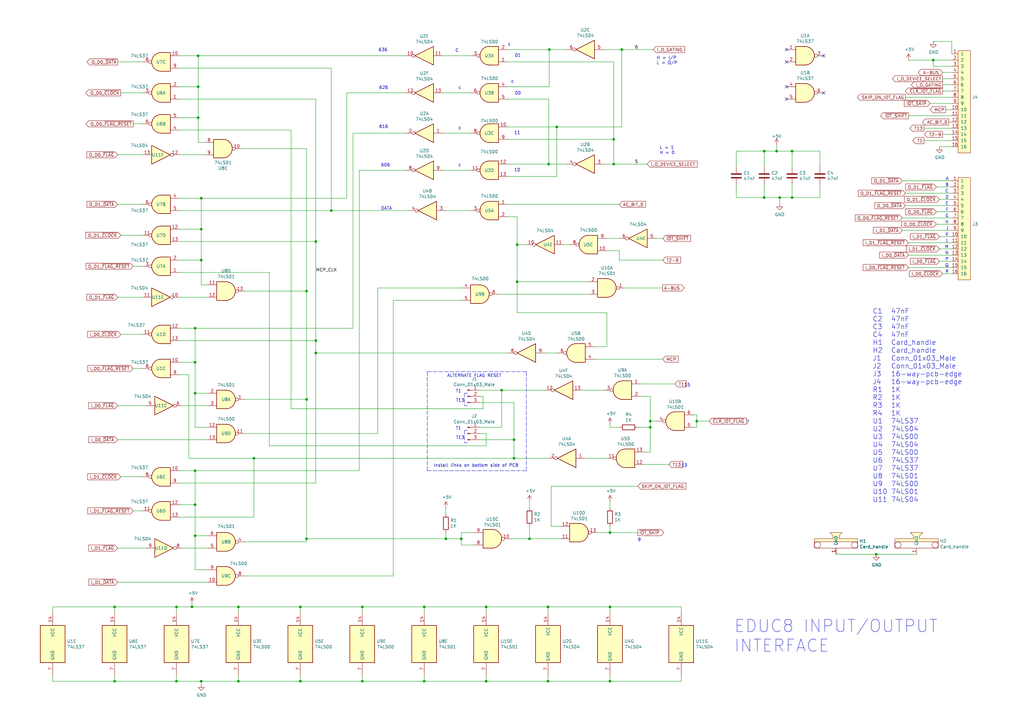
<source format=kicad_sch>
(kicad_sch (version 20230121) (generator eeschema)
  (paper "A3")
  (title_block (title "Input/Output interface"))
  (junction (at 225.044 67.31))
  (junction (at 135.89 86.36))
  (junction (at 173.99 248.92))
  (junction (at 82.55 81.28))
  (junction (at 125.73 220.98))
  (junction (at 129.54 99.06))
  (junction (at 250.19 248.92))
  (junction (at 319.786 81.026))
  (junction (at 324.866 81.026))
  (junction (at 285.75 172.72))
  (junction (at 251.714 67.31))
  (junction (at 148.59 248.92))
  (junction (at 224.79 279.4))
  (junction (at 250.19 218.44))
  (junction (at 212.09 100.33))
  (junction (at 125.73 163.83))
  (junction (at 250.19 279.4))
  (junction (at 205.74 160.02))
  (junction (at 82.55 279.4))
  (junction (at 72.39 279.4))
  (junction (at 210.82 187.96))
  (junction (at 313.436 61.976))
  (junction (at 129.54 144.78))
  (junction (at 359.41 227.33))
  (junction (at 228.346 52.07))
  (junction (at 81.28 48.26))
  (junction (at 81.28 35.56))
  (junction (at 82.55 106.68))
  (junction (at 81.28 22.86))
  (junction (at 80.01 161.29))
  (junction (at 324.866 61.976))
  (junction (at 225.298 20.32))
  (junction (at 125.73 119.38))
  (junction (at 210.82 180.34))
  (junction (at 313.436 81.026))
  (junction (at 266.7 172.72))
  (junction (at 123.19 279.4))
  (junction (at 255.016 20.32))
  (junction (at 382.778 24.638))
  (junction (at 199.39 248.92))
  (junction (at 46.99 248.92))
  (junction (at 251.714 57.15))
  (junction (at 104.14 187.96))
  (junction (at 212.09 115.57))
  (junction (at 72.39 248.92))
  (junction (at 97.79 248.92))
  (junction (at 199.39 279.4))
  (junction (at 182.88 220.98))
  (junction (at 318.516 61.976))
  (junction (at 189.23 220.98))
  (junction (at 173.99 279.4))
  (junction (at 80.01 193.04))
  (junction (at 80.01 207.01))
  (junction (at 129.54 139.7))
  (junction (at 80.01 134.62))
  (junction (at 80.01 148.59))
  (junction (at 148.59 279.4))
  (junction (at 80.01 219.71))
  (junction (at 82.55 93.98))
  (junction (at 97.79 279.4))
  (junction (at 46.99 279.4))
  (junction (at 266.7 175.26))
  (junction (at 224.79 248.92))
  (junction (at 123.19 248.92))
  (junction (at 78.74 248.92))
  (junction (at 217.17 220.98))
  (no_connect (at 337.82 22.86))
  (no_connect (at 322.58 40.64))
  (no_connect (at 322.58 25.4))
  (no_connect (at 322.58 35.56))
  (no_connect (at 337.82 38.1))
  (no_connect (at 322.58 20.32))
  (wire (pts (xy 228.6 144.78) (xy 223.52 144.78)))
  (wire (pts (xy 73.66 48.26) (xy 81.28 48.26)))
  (wire (pts (xy 264.16 190.5) (xy 274.32 190.5)))
  (wire (pts (xy 196.85 160.02) (xy 205.74 160.02)))
  (wire (pts (xy 382.778 24.638) (xy 372.618 24.638)))
  (wire (pts (xy 82.55 279.4) (xy 97.79 279.4)))
  (wire (pts (xy 386.588 37.338) (xy 390.398 37.338)))
  (wire (pts (xy 46.99 276.86) (xy 46.99 279.4)))
  (wire (pts (xy 251.714 67.31) (xy 265.43 67.31)))
  (wire (pts (xy 123.19 248.92) (xy 148.59 248.92)))
  (wire (pts (xy 248.92 102.87) (xy 254 102.87)))
  (wire (pts (xy 208.28 83.82) (xy 254 83.82)))
  (wire (pts (xy 21.59 248.92) (xy 46.99 248.92)))
  (wire (pts (xy 318.516 59.436) (xy 318.516 61.976)))
  (wire (pts (xy 390.398 60.198) (xy 385.318 60.198)))
  (wire (pts (xy 74.93 166.37) (xy 85.09 166.37)))
  (wire (pts (xy 390.398 44.958) (xy 387.858 44.958)))
  (wire (pts (xy 255.016 20.32) (xy 267.97 20.32)))
  (wire (pts (xy 144.78 134.62) (xy 144.78 54.61)))
  (wire (pts (xy 226.06 215.9) (xy 226.06 199.39)))
  (wire (pts (xy 269.24 172.72) (xy 266.7 172.72)))
  (wire (pts (xy 250.19 248.92) (xy 279.4 248.92)))
  (wire (pts (xy 386.588 29.718) (xy 390.398 29.718)))
  (polyline (pts (xy 190.5 176.53) (xy 190.5 181.61)) (stroke (width 0) (type dash)))
  (wire (pts (xy 241.3 120.65) (xy 204.47 120.65)))
  (wire (pts (xy 215.9 100.33) (xy 212.09 100.33)))
  (wire (pts (xy 313.436 75.946) (xy 313.436 81.026)))
  (wire (pts (xy 266.7 175.26) (xy 266.7 185.42)))
  (wire (pts (xy 73.66 53.34) (xy 119.38 53.34)))
  (wire (pts (xy 302.006 81.026) (xy 313.436 81.026)))
  (wire (pts (xy 382.778 17.018) (xy 390.398 17.018)))
  (wire (pts (xy 385.318 102.108) (xy 390.398 102.108)))
  (wire (pts (xy 97.79 248.92) (xy 123.19 248.92)))
  (wire (pts (xy 85.09 219.71) (xy 80.01 219.71)))
  (wire (pts (xy 82.55 93.98) (xy 82.55 81.28)))
  (wire (pts (xy 231.14 100.33) (xy 233.68 100.33)))
  (wire (pts (xy 78.74 248.92) (xy 97.79 248.92)))
  (wire (pts (xy 125.73 119.38) (xy 125.73 163.83)))
  (wire (pts (xy 129.54 99.06) (xy 129.54 139.7)))
  (wire (pts (xy 238.76 160.02) (xy 247.65 160.02)))
  (wire (pts (xy 97.79 276.86) (xy 97.79 279.4)))
  (wire (pts (xy 318.516 61.976) (xy 324.866 61.976)))
  (wire (pts (xy 74.93 224.79) (xy 85.09 224.79)))
  (wire (pts (xy 48.26 63.5) (xy 58.42 63.5)))
  (wire (pts (xy 80.01 233.68) (xy 85.09 233.68)))
  (wire (pts (xy 313.436 81.026) (xy 319.786 81.026)))
  (wire (pts (xy 100.33 163.83) (xy 125.73 163.83)))
  (wire (pts (xy 73.66 99.06) (xy 129.54 99.06)))
  (wire (pts (xy 80.01 134.62) (xy 144.78 134.62)))
  (wire (pts (xy 166.37 22.86) (xy 81.28 22.86)))
  (wire (pts (xy 73.66 40.64) (xy 129.54 40.64)))
  (wire (pts (xy 189.23 220.98) (xy 182.88 220.98)))
  (wire (pts (xy 125.73 220.98) (xy 125.73 222.25)))
  (wire (pts (xy 228.346 52.07) (xy 255.016 52.07)))
  (wire (pts (xy 81.28 35.56) (xy 73.66 35.56)))
  (wire (pts (xy 110.49 182.88) (xy 199.39 182.88)))
  (wire (pts (xy 48.26 25.4) (xy 58.42 25.4)))
  (wire (pts (xy 182.88 218.44) (xy 182.88 220.98)))
  (wire (pts (xy 80.01 219.71) (xy 80.01 233.68)))
  (wire (pts (xy 319.786 81.026) (xy 324.866 81.026)))
  (wire (pts (xy 199.39 276.86) (xy 199.39 279.4)))
  (wire (pts (xy 189.23 220.98) (xy 189.23 223.52)))
  (wire (pts (xy 225.298 20.32) (xy 225.298 35.56)))
  (wire (pts (xy 336.296 61.976) (xy 336.296 68.326)))
  (wire (pts (xy 251.714 57.15) (xy 251.714 25.4)))
  (wire (pts (xy 247.65 20.32) (xy 255.016 20.32)))
  (wire (pts (xy 302.006 61.976) (xy 313.436 61.976)))
  (wire (pts (xy 173.99 279.4) (xy 199.39 279.4)))
  (wire (pts (xy 54.61 151.13) (xy 58.42 151.13)))
  (wire (pts (xy 285.75 172.72) (xy 285.75 175.26)))
  (wire (pts (xy 129.54 139.7) (xy 129.54 144.78)))
  (wire (pts (xy 173.99 276.86) (xy 173.99 279.4)))
  (wire (pts (xy 80.01 148.59) (xy 80.01 161.29)))
  (wire (pts (xy 266.7 162.56) (xy 266.7 172.72)))
  (wire (pts (xy 73.66 93.98) (xy 82.55 93.98)))
  (wire (pts (xy 48.26 224.79) (xy 59.69 224.79)))
  (wire (pts (xy 255.016 20.32) (xy 255.016 52.07)))
  (wire (pts (xy 208.28 57.15) (xy 251.714 57.15)))
  (wire (pts (xy 194.31 218.44) (xy 189.23 218.44)))
  (wire (pts (xy 129.54 40.64) (xy 129.54 99.06)))
  (wire (pts (xy 342.9 227.33) (xy 359.41 227.33)))
  (wire (pts (xy 250.19 218.44) (xy 261.62 218.44)))
  (wire (pts (xy 261.62 175.26) (xy 266.7 175.26)))
  (wire (pts (xy 198.12 162.56) (xy 198.12 167.64)))
  (wire (pts (xy 250.19 215.9) (xy 250.19 218.44)))
  (wire (pts (xy 210.82 187.96) (xy 104.14 187.96)))
  (wire (pts (xy 225.044 67.31) (xy 232.41 67.31)))
  (wire (pts (xy 208.28 35.56) (xy 225.298 35.56)))
  (wire (pts (xy 80.01 207.01) (xy 80.01 193.04)))
  (wire (pts (xy 324.866 75.946) (xy 324.866 81.026)))
  (polyline (pts (xy 191.77 176.53) (xy 190.5 176.53)) (stroke (width 0) (type dash)))
  (wire (pts (xy 205.74 175.26) (xy 205.74 160.02)))
  (wire (pts (xy 161.29 236.22) (xy 161.29 123.19)))
  (wire (pts (xy 182.88 208.28) (xy 182.88 210.82)))
  (wire (pts (xy 104.14 187.96) (xy 77.47 187.96)))
  (wire (pts (xy 80.01 148.59) (xy 80.01 134.62)))
  (wire (pts (xy 319.786 83.566) (xy 319.786 81.026)))
  (wire (pts (xy 181.61 69.85) (xy 193.04 69.85)))
  (polyline (pts (xy 190.5 166.37) (xy 191.77 166.37)) (stroke (width 0) (type dash)))
  (wire (pts (xy 81.28 22.86) (xy 73.66 22.86)))
  (wire (pts (xy 196.85 177.8) (xy 199.39 177.8)))
  (wire (pts (xy 256.54 118.11) (xy 271.78 118.11)))
  (wire (pts (xy 80.01 175.26) (xy 85.09 175.26)))
  (wire (pts (xy 372.618 47.498) (xy 390.398 47.498)))
  (polyline (pts (xy 190.5 161.29) (xy 190.5 166.37)) (stroke (width 0) (type dash)))
  (wire (pts (xy 49.53 137.16) (xy 58.42 137.16)))
  (wire (pts (xy 199.39 251.46) (xy 199.39 248.92)))
  (wire (pts (xy 250.19 276.86) (xy 250.19 279.4)))
  (wire (pts (xy 144.78 54.61) (xy 166.37 54.61)))
  (wire (pts (xy 154.94 118.11) (xy 189.23 118.11)))
  (wire (pts (xy 250.19 279.4) (xy 279.4 279.4)))
  (wire (pts (xy 82.55 81.28) (xy 73.66 81.28)))
  (wire (pts (xy 250.19 175.26) (xy 250.19 173.99)))
  (wire (pts (xy 97.79 251.46) (xy 97.79 248.92)))
  (wire (pts (xy 371.348 84.328) (xy 390.398 84.328)))
  (wire (pts (xy 208.28 144.78) (xy 129.54 144.78)))
  (wire (pts (xy 73.66 212.09) (xy 104.14 212.09)))
  (wire (pts (xy 217.17 205.74) (xy 217.17 208.28)))
  (wire (pts (xy 208.28 67.31) (xy 225.044 67.31)))
  (wire (pts (xy 82.55 106.68) (xy 82.55 116.84)))
  (wire (pts (xy 313.436 61.976) (xy 318.516 61.976)))
  (wire (pts (xy 54.61 209.55) (xy 58.42 209.55)))
  (wire (pts (xy 370.078 94.488) (xy 390.398 94.488)))
  (wire (pts (xy 254 102.87) (xy 254 106.68)))
  (wire (pts (xy 72.39 276.86) (xy 72.39 279.4)))
  (wire (pts (xy 386.588 32.258) (xy 390.398 32.258)))
  (wire (pts (xy 279.4 279.4) (xy 279.4 276.86)))
  (wire (pts (xy 189.23 218.44) (xy 189.23 220.98)))
  (wire (pts (xy 225.044 40.64) (xy 225.044 67.31)))
  (wire (pts (xy 247.65 67.31) (xy 251.714 67.31)))
  (wire (pts (xy 173.99 248.92) (xy 199.39 248.92)))
  (wire (pts (xy 372.618 109.728) (xy 390.398 109.728)))
  (wire (pts (xy 390.398 50.038) (xy 389.128 50.038)))
  (wire (pts (xy 80.01 134.62) (xy 73.66 134.62)))
  (wire (pts (xy 73.66 27.94) (xy 135.89 27.94)))
  (wire (pts (xy 97.79 279.4) (xy 123.19 279.4)))
  (wire (pts (xy 210.82 165.1) (xy 210.82 180.34)))
  (wire (pts (xy 77.47 153.67) (xy 73.66 153.67)))
  (wire (pts (xy 386.588 34.798) (xy 390.398 34.798)))
  (wire (pts (xy 381.508 42.418) (xy 390.398 42.418)))
  (wire (pts (xy 370.078 89.408) (xy 390.398 89.408)))
  (wire (pts (xy 196.85 180.34) (xy 210.82 180.34)))
  (wire (pts (xy 378.968 57.658) (xy 390.398 57.658)))
  (wire (pts (xy 73.66 111.76) (xy 110.49 111.76)))
  (wire (pts (xy 370.078 74.168) (xy 390.398 74.168)))
  (wire (pts (xy 324.866 81.026) (xy 336.296 81.026)))
  (wire (pts (xy 251.714 25.4) (xy 208.28 25.4)))
  (wire (pts (xy 382.778 27.178) (xy 382.778 24.638)))
  (wire (pts (xy 21.59 251.46) (xy 21.59 248.92)))
  (wire (pts (xy 250.19 208.28) (xy 250.19 205.74)))
  (wire (pts (xy 72.39 279.4) (xy 82.55 279.4)))
  (wire (pts (xy 385.318 81.788) (xy 390.398 81.788)))
  (wire (pts (xy 73.66 86.36) (xy 135.89 86.36)))
  (wire (pts (xy 217.17 220.98) (xy 229.87 220.98)))
  (wire (pts (xy 248.92 128.27) (xy 248.92 142.24)))
  (wire (pts (xy 208.28 52.07) (xy 228.346 52.07)))
  (wire (pts (xy 148.59 248.92) (xy 173.99 248.92)))
  (wire (pts (xy 161.29 123.19) (xy 189.23 123.19)))
  (wire (pts (xy 212.09 88.9) (xy 212.09 100.33)))
  (polyline (pts (xy 215.9 152.4) (xy 175.26 152.4)) (stroke (width 0) (type dash)))
  (wire (pts (xy 384.048 91.948) (xy 390.398 91.948)))
  (wire (pts (xy 224.79 248.92) (xy 250.19 248.92)))
  (wire (pts (xy 73.66 148.59) (xy 80.01 148.59)))
  (wire (pts (xy 54.61 109.22) (xy 58.42 109.22)))
  (wire (pts (xy 46.99 279.4) (xy 72.39 279.4)))
  (wire (pts (xy 73.66 121.92) (xy 85.09 121.92)))
  (wire (pts (xy 196.85 162.56) (xy 198.12 162.56)))
  (wire (pts (xy 135.89 27.94) (xy 135.89 86.36)))
  (wire (pts (xy 223.52 160.02) (xy 205.74 160.02)))
  (wire (pts (xy 372.618 99.568) (xy 390.398 99.568)))
  (wire (pts (xy 193.04 22.86) (xy 181.61 22.86)))
  (wire (pts (xy 73.66 63.5) (xy 83.82 63.5)))
  (wire (pts (xy 100.33 222.25) (xy 125.73 222.25)))
  (wire (pts (xy 245.11 218.44) (xy 250.19 218.44)))
  (wire (pts (xy 129.54 144.78) (xy 129.54 198.12)))
  (wire (pts (xy 313.436 68.326) (xy 313.436 61.976)))
  (wire (pts (xy 85.09 161.29) (xy 80.01 161.29)))
  (wire (pts (xy 385.318 107.188) (xy 390.398 107.188)))
  (wire (pts (xy 199.39 248.92) (xy 224.79 248.92)))
  (wire (pts (xy 100.33 236.22) (xy 161.29 236.22)))
  (wire (pts (xy 82.55 280.67) (xy 82.55 279.4)))
  (wire (pts (xy 80.01 193.04) (xy 147.32 193.04)))
  (wire (pts (xy 390.398 24.638) (xy 382.778 24.638)))
  (wire (pts (xy 262.89 157.48) (xy 276.86 157.48)))
  (wire (pts (xy 110.49 111.76) (xy 110.49 182.88)))
  (wire (pts (xy 99.06 60.96) (xy 125.73 60.96)))
  (wire (pts (xy 228.346 72.39) (xy 228.346 52.07)))
  (wire (pts (xy 208.28 20.32) (xy 225.298 20.32)))
  (wire (pts (xy 254 106.68) (xy 271.78 106.68)))
  (wire (pts (xy 225.298 20.32) (xy 232.41 20.32)))
  (wire (pts (xy 125.73 60.96) (xy 125.73 119.38)))
  (wire (pts (xy 72.39 251.46) (xy 72.39 248.92)))
  (wire (pts (xy 385.318 97.028) (xy 390.398 97.028)))
  (wire (pts (xy 80.01 161.29) (xy 80.01 175.26)))
  (wire (pts (xy 73.66 207.01) (xy 80.01 207.01)))
  (wire (pts (xy 324.866 68.326) (xy 324.866 61.976)))
  (wire (pts (xy 48.26 83.82) (xy 58.42 83.82)))
  (wire (pts (xy 208.28 72.39) (xy 228.346 72.39)))
  (wire (pts (xy 193.04 54.61) (xy 181.61 54.61)))
  (wire (pts (xy 119.38 167.64) (xy 198.12 167.64)))
  (wire (pts (xy 54.61 50.8) (xy 58.42 50.8)))
  (wire (pts (xy 372.618 104.648) (xy 390.398 104.648)))
  (wire (pts (xy 248.92 142.24) (xy 243.84 142.24)))
  (wire (pts (xy 386.588 112.268) (xy 390.398 112.268)))
  (wire (pts (xy 48.26 166.37) (xy 59.69 166.37)))
  (wire (pts (xy 229.87 215.9) (xy 226.06 215.9)))
  (wire (pts (xy 72.39 248.92) (xy 78.74 248.92)))
  (wire (pts (xy 324.866 61.976) (xy 336.296 61.976)))
  (wire (pts (xy 285.75 172.72) (xy 290.83 172.72)))
  (wire (pts (xy 129.54 198.12) (xy 73.66 198.12)))
  (wire (pts (xy 212.09 115.57) (xy 212.09 128.27)))
  (wire (pts (xy 266.7 172.72) (xy 266.7 175.26)))
  (wire (pts (xy 371.348 79.248) (xy 390.398 79.248)))
  (wire (pts (xy 208.28 40.64) (xy 225.044 40.64)))
  (wire (pts (xy 262.89 162.56) (xy 266.7 162.56)))
  (wire (pts (xy 21.59 279.4) (xy 46.99 279.4)))
  (wire (pts (xy 48.26 121.92) (xy 58.42 121.92)))
  (wire (pts (xy 119.38 53.34) (xy 119.38 167.64)))
  (wire (pts (xy 82.55 116.84) (xy 85.09 116.84)))
  (wire (pts (xy 182.88 86.36) (xy 193.04 86.36)))
  (wire (pts (xy 279.4 248.92) (xy 279.4 251.46)))
  (wire (pts (xy 154.94 177.8) (xy 154.94 118.11)))
  (wire (pts (xy 81.28 58.42) (xy 83.82 58.42)))
  (wire (pts (xy 148.59 279.4) (xy 148.59 276.86)))
  (wire (pts (xy 100.33 177.8) (xy 154.94 177.8)))
  (polyline (pts (xy 175.26 193.04) (xy 215.9 193.04)) (stroke (width 0) (type dash)))
  (wire (pts (xy 142.24 81.28) (xy 82.55 81.28)))
  (wire (pts (xy 147.32 69.85) (xy 166.37 69.85)))
  (wire (pts (xy 125.73 163.83) (xy 125.73 220.98)))
  (wire (pts (xy 199.39 177.8) (xy 199.39 182.88)))
  (wire (pts (xy 85.09 238.76) (xy 48.26 238.76)))
  (wire (pts (xy 226.06 199.39) (xy 261.62 199.39)))
  (wire (pts (xy 302.006 68.326) (xy 302.006 61.976)))
  (wire (pts (xy 49.53 38.1) (xy 58.42 38.1)))
  (wire (pts (xy 336.296 81.026) (xy 336.296 75.946)))
  (wire (pts (xy 285.75 175.26) (xy 284.48 175.26)))
  (wire (pts (xy 224.79 279.4) (xy 250.19 279.4)))
  (wire (pts (xy 77.47 187.96) (xy 77.47 153.67)))
  (wire (pts (xy 269.24 97.79) (xy 271.78 97.79)))
  (wire (pts (xy 100.33 119.38) (xy 125.73 119.38)))
  (wire (pts (xy 166.37 38.1) (xy 142.24 38.1)))
  (wire (pts (xy 210.82 187.96) (xy 210.82 180.34)))
  (wire (pts (xy 148.59 248.92) (xy 148.59 251.46)))
  (wire (pts (xy 302.006 75.946) (xy 302.006 81.026)))
  (wire (pts (xy 209.55 220.98) (xy 217.17 220.98)))
  (polyline (pts (xy 190.5 181.61) (xy 191.77 181.61)) (stroke (width 0) (type dash)))
  (wire (pts (xy 266.7 185.42) (xy 264.16 185.42)))
  (wire (pts (xy 390.398 27.178) (xy 382.778 27.178)))
  (wire (pts (xy 135.89 86.36) (xy 167.64 86.36)))
  (wire (pts (xy 386.588 55.118) (xy 390.398 55.118)))
  (wire (pts (xy 284.48 170.18) (xy 285.75 170.18)))
  (wire (pts (xy 81.28 48.26) (xy 81.28 35.56)))
  (wire (pts (xy 224.79 187.96) (xy 210.82 187.96)))
  (wire (pts (xy 254 175.26) (xy 250.19 175.26)))
  (polyline (pts (xy 175.26 152.4) (xy 175.26 193.04)) (stroke (width 0) (type dash)))
  (wire (pts (xy 371.348 39.878) (xy 390.398 39.878)))
  (wire (pts (xy 224.79 276.86) (xy 224.79 279.4)))
  (wire (pts (xy 208.28 88.9) (xy 212.09 88.9)))
  (wire (pts (xy 217.17 215.9) (xy 217.17 220.98)))
  (wire (pts (xy 104.14 212.09) (xy 104.14 187.96)))
  (wire (pts (xy 199.39 279.4) (xy 224.79 279.4)))
  (wire (pts (xy 241.3 115.57) (xy 212.09 115.57)))
  (wire (pts (xy 85.09 180.34) (xy 48.26 180.34)))
  (wire (pts (xy 123.19 279.4) (xy 148.59 279.4)))
  (wire (pts (xy 390.398 17.018) (xy 390.398 22.098)))
  (wire (pts (xy 384.048 76.708) (xy 390.398 76.708)))
  (wire (pts (xy 123.19 276.86) (xy 123.19 279.4)))
  (wire (pts (xy 46.99 248.92) (xy 72.39 248.92)))
  (wire (pts (xy 212.09 128.27) (xy 248.92 128.27)))
  (wire (pts (xy 251.714 67.31) (xy 251.714 57.15)))
  (wire (pts (xy 73.66 139.7) (xy 129.54 139.7)))
  (wire (pts (xy 148.59 279.4) (xy 173.99 279.4)))
  (wire (pts (xy 81.28 48.26) (xy 81.28 58.42)))
  (wire (pts (xy 378.968 52.578) (xy 390.398 52.578)))
  (wire (pts (xy 46.99 251.46) (xy 46.99 248.92)))
  (wire (pts (xy 21.59 276.86) (xy 21.59 279.4)))
  (wire (pts (xy 123.19 251.46) (xy 123.19 248.92)))
  (wire (pts (xy 81.28 35.56) (xy 81.28 22.86)))
  (wire (pts (xy 189.23 223.52) (xy 194.31 223.52)))
  (wire (pts (xy 196.85 175.26) (xy 205.74 175.26)))
  (wire (pts (xy 49.53 96.52) (xy 58.42 96.52)))
  (wire (pts (xy 224.79 251.46) (xy 224.79 248.92)))
  (wire (pts (xy 147.32 69.85) (xy 147.32 193.04)))
  (wire (pts (xy 73.66 106.68) (xy 82.55 106.68)))
  (wire (pts (xy 80.01 193.04) (xy 73.66 193.04)))
  (wire (pts (xy 196.85 165.1) (xy 210.82 165.1)))
  (wire (pts (xy 49.53 195.58) (xy 58.42 195.58)))
  (wire (pts (xy 173.99 251.46) (xy 173.99 248.92)))
  (polyline (pts (xy 215.9 193.04) (xy 215.9 152.4)) (stroke (width 0) (type dash)))
  (wire (pts (xy 384.048 86.868) (xy 390.398 86.868)))
  (wire (pts (xy 248.92 97.79) (xy 254 97.79)))
  (wire (pts (xy 82.55 106.68) (xy 82.55 93.98)))
  (polyline (pts (xy 191.77 161.29) (xy 190.5 161.29)) (stroke (width 0) (type dash)))
  (wire (pts (xy 142.24 38.1) (xy 142.24 81.28)))
  (wire (pts (xy 359.41 227.33) (xy 375.92 227.33)))
  (wire (pts (xy 243.84 147.32) (xy 271.78 147.32)))
  (wire (pts (xy 285.75 170.18) (xy 285.75 172.72)))
  (wire (pts (xy 78.74 247.65) (xy 78.74 248.92)))
  (wire (pts (xy 212.09 100.33) (xy 212.09 115.57)))
  (wire (pts (xy 125.73 220.98) (xy 182.88 220.98)))
  (wire (pts (xy 250.19 251.46) (xy 250.19 248.92)))
  (wire (pts (xy 80.01 207.01) (xy 80.01 219.71)))
  (wire (pts (xy 248.92 187.96) (xy 240.03 187.96)))
  (wire (pts (xy 181.61 38.1) (xy 193.04 38.1)))
  (text "c" (at 187.96 36.83 0) (effects (font (size 1.27 1.27)) (justify left bottom)))
  (text "616" (at 155.448 52.832 0) (effects (font (size 1.27 1.27)) (justify left bottom)))
  (text "c" (at 187.96 68.58 0) (effects (font (size 1.27 1.27)) (justify left bottom)))
  (text "EDUC8 INPUT/OUTPUT\nINTERFACE" (at 300.99 267.97 0) (effects (font (size 5.0038 5.0038)) (justify left bottom)))
  (text "T13" (at 190.5 180.34 0) (effects (font (size 1.27 1.27)) (justify right bottom)))
  (text "H = I/P\nL = O/P" (at 269.24 26.67 0) (effects (font (size 1.27 1.27)) (justify left bottom)))
  (text "01" (at 211.074 23.622 0) (effects (font (size 1.27 1.27)) (justify left bottom)))
  (text "c" (at 208.28 19.05 0) (effects (font (size 1.27 1.27)) (justify left bottom)))
  (text "H" (at 389.128 91.948 0) (effects (font (size 1.27 1.27)) (justify right bottom)))
  (text "L" (at 389.128 99.568 0) (effects (font (size 1.27 1.27)) (justify right bottom)))
  (text "R" (at 389.128 112.268 0) (effects (font (size 1.27 1.27)) (justify right bottom)))
  (text "10" (at 210.82 70.612 0) (effects (font (size 1.27 1.27)) (justify left bottom)))
  (text "D" (at 389.128 81.788 0) (effects (font (size 1.27 1.27)) (justify right bottom)))
  (text "E" (at 389.128 84.328 0) (effects (font (size 1.27 1.27)) (justify right bottom)))
  (text "15" (at 283.21 158.75 0) (effects (font (size 1.27 1.27)) (justify right bottom)))
  (text "11" (at 210.82 55.372 0) (effects (font (size 1.27 1.27)) (justify left bottom)))
  (text "T13" (at 190.5 165.1 0) (effects (font (size 1.27 1.27)) (justify right bottom)))
  (text "B" (at 389.128 76.708 0) (effects (font (size 1.27 1.27)) (justify right bottom)))
  (text "C" (at 389.128 79.248 0) (effects (font (size 1.27 1.27)) (justify right bottom)))
  (text "DATA" (at 156.21 86.36 0) (effects (font (size 1.27 1.27)) (justify left bottom)))
  (text "P" (at 389.128 107.188 0) (effects (font (size 1.27 1.27)) (justify right bottom)))
  (text "G" (at 389.128 89.408 0) (effects (font (size 1.27 1.27)) (justify right bottom)))
  (text "T1" (at 189.23 176.53 0) (effects (font (size 1.27 1.27)) (justify right bottom)))
  (text "N" (at 389.128 104.648 0) (effects (font (size 1.27 1.27)) (justify right bottom)))
  (text "L = 1\nH = 0" (at 270.51 63.5 0) (effects (font (size 1.27 1.27)) (justify left bottom)))
  (text "J" (at 389.128 94.488 0) (effects (font (size 1.27 1.27)) (justify right bottom)))
  (text "T1" (at 189.23 161.29 0) (effects (font (size 1.27 1.27)) (justify right bottom)))
  (text "A" (at 389.128 74.168 0) (effects (font (size 1.27 1.27)) (justify right bottom)))
  (text "Install links on bottom side of PCB" (at 177.8 191.77 0) (effects (font (size 1.27 1.27)) (justify left bottom)))
  (text "636" (at 155.194 21.336 0) (effects (font (size 1.27 1.27)) (justify left bottom)))
  (text "M" (at 389.128 102.108 0) (effects (font (size 1.27 1.27)) (justify right bottom)))
  (text "00" (at 211.074 39.116 0) (effects (font (size 1.27 1.27)) (justify left bottom)))
  (text "13" (at 281.94 191.77 0) (effects (font (size 1.27 1.27)) (justify right bottom)))
  (text "626" (at 155.448 36.83 0) (effects (font (size 1.27 1.27)) (justify left bottom)))
  (text "F" (at 389.128 86.868 0) (effects (font (size 1.27 1.27)) (justify right bottom)))
  (text "c" (at 209.55 34.29 0) (effects (font (size 1.27 1.27)) (justify left bottom)))
  (text "9" (at 262.89 222.25 0) (effects (font (size 1.27 1.27)) (justify right bottom)))
  (text "c" (at 187.96 53.34 0) (effects (font (size 1.27 1.27)) (justify left bottom)))
  (text "7" (at 307.34 173.99 0) (effects (font (size 1.27 1.27)) (justify right bottom)))
  (text "606" (at 156.21 68.58 0) (effects (font (size 1.27 1.27)) (justify left bottom)))
  (text "C" (at 186.69 21.59 0) (effects (font (size 1.27 1.27)) (justify left bottom)))
  (text "Q" (at 389.128 109.728 0) (effects (font (size 1.27 1.27)) (justify right bottom)))
  (text "K" (at 389.128 97.028 0) (effects (font (size 1.27 1.27)) (justify right bottom)))
  (text "C1	47nF\nC2	47nF\nC3	47nF\nC4	47nF\nH1	Card_handle\nH2	Card_handle\nJ1	Conn_01x03_Male\nJ2	Conn_01x03_Male\nJ3	16-way-pcb-edge\nJ4	16-way-pcb-edge\nR1	1K\nR2	1K\nR3	1K\nR4	1K\nU1	74LS37\nU2	74LS04\nU3	74LS00\nU4	74LS04\nU5	74LS00\nU6	74LS37\nU7	74LS37\nU8	74LS01\nU9	74LS00\nU10	74LS01\nU11	74LS04\n" (at 357.886 206.248 0) (effects (font (size 2 2)) (justify left bottom)))
  (text "ALTERNATE FLAG RESET" (at 205.74 154.94 0) (effects (font (size 1.27 1.27)) (justify right bottom)))
  (label "MCP_CLK" (at 129.54 111.76 0))
  (label "5" (at 260.35 67.31 0))
  (label "6" (at 260.35 20.32 0))
  (global_label "I_D1_~{FLAG_RESET}" (shape input) (at 54.61 209.55 180) (property "Intersheetrefs" "${INTERSHEET_REFS}" (effects hide)))
  (global_label "~{CLR_IOT_FLAG}" (shape input) (at 290.83 172.72 0) (property "Intersheetrefs" "${INTERSHEET_REFS}" (effects hide)))
  (global_label "O_D1_~{FLAG}" (shape input) (at 384.048 76.708 180) (property "Intersheetrefs" "${INTERSHEET_REFS}" (effects hide)))
  (global_label "T1" (shape output) (at 378.968 57.658 180) (property "Intersheetrefs" "${INTERSHEET_REFS}" (effects hide)))
  (global_label "O_D0_~{FLAG_RESET}" (shape output) (at 54.61 50.8 180) (property "Intersheetrefs" "${INTERSHEET_REFS}" (effects hide)))
  (global_label "O_D1_~{DATA}" (shape input) (at 48.26 83.82 180) (property "Intersheetrefs" "${INTERSHEET_REFS}" (effects hide)))
  (global_label "~{IOT_SHIFT}" (shape output) (at 372.618 47.498 180) (property "Intersheetrefs" "${INTERSHEET_REFS}" (effects hide)))
  (global_label "O_D0_~{FLAG}" (shape input) (at 384.048 86.868 180) (property "Intersheetrefs" "${INTERSHEET_REFS}" (effects hide)))
  (global_label "I_D1_~{FLAG}" (shape input) (at 385.318 97.028 180) (property "Intersheetrefs" "${INTERSHEET_REFS}" (effects hide)))
  (global_label "MCP" (shape input) (at 271.78 147.32 0) (property "Intersheetrefs" "${INTERSHEET_REFS}" (effects hide)))
  (global_label "I_O_GATING" (shape input) (at 267.97 20.32 0) (property "Intersheetrefs" "${INTERSHEET_REFS}" (effects hide)))
  (global_label "I_D0_~{FLAG}" (shape input) (at 48.26 166.37 180) (property "Intersheetrefs" "${INTERSHEET_REFS}" (effects hide)))
  (global_label "O_D1_~{CLOCK}" (shape input) (at 385.318 81.788 180) (property "Intersheetrefs" "${INTERSHEET_REFS}" (effects hide)))
  (global_label "MCP" (shape output) (at 387.858 44.958 180) (property "Intersheetrefs" "${INTERSHEET_REFS}" (effects hide)))
  (global_label "~{CLR_IOT_FLAG}" (shape output) (at 386.588 37.338 180) (property "Intersheetrefs" "${INTERSHEET_REFS}" (effects hide)))
  (global_label "I_D1_~{CLOCK}" (shape input) (at 385.318 102.108 180) (property "Intersheetrefs" "${INTERSHEET_REFS}" (effects hide)))
  (global_label "I_D0_~{FLAG_RESET}" (shape input) (at 372.618 109.728 180) (property "Intersheetrefs" "${INTERSHEET_REFS}" (effects hide)))
  (global_label "O_D1_~{FLAG}" (shape input) (at 48.26 121.92 180) (property "Intersheetrefs" "${INTERSHEET_REFS}" (effects hide)))
  (global_label "SKIP_ON_IOT_FLAG" (shape output) (at 371.348 39.878 180) (property "Intersheetrefs" "${INTERSHEET_REFS}" (effects hide)))
  (global_label "O_D0_~{FLAG}" (shape input) (at 48.26 63.5 180) (property "Intersheetrefs" "${INTERSHEET_REFS}" (effects hide)))
  (global_label "I_D1_~{DATA}" (shape input) (at 48.26 238.76 180) (property "Intersheetrefs" "${INTERSHEET_REFS}" (effects hide)))
  (global_label "O_D1_~{FLAG_RESET}" (shape input) (at 371.348 79.248 180) (property "Intersheetrefs" "${INTERSHEET_REFS}" (effects hide)))
  (global_label "O_D0_~{DATA}" (shape input) (at 371.348 84.328 180) (property "Intersheetrefs" "${INTERSHEET_REFS}" (effects hide)))
  (global_label "AC_BIT_0" (shape output) (at 389.128 50.038 180) (property "Intersheetrefs" "${INTERSHEET_REFS}" (effects hide)))
  (global_label "O_D0_~{FLAG_RESET}" (shape input) (at 370.078 89.408 180) (property "Intersheetrefs" "${INTERSHEET_REFS}" (effects hide)))
  (global_label "I_D1_~{FLAG_RESET}" (shape input) (at 372.618 99.568 180) (property "Intersheetrefs" "${INTERSHEET_REFS}" (effects hide)))
  (global_label "A-BUS" (shape bidirectional) (at 386.588 29.718 180) (property "Intersheetrefs" "${INTERSHEET_REFS}" (effects hide)))
  (global_label "I_D0_~{DATA}" (shape input) (at 372.618 104.648 180) (property "Intersheetrefs" "${INTERSHEET_REFS}" (effects hide)))
  (global_label "O_D0_~{CLOCK}" (shape input) (at 384.048 91.948 180) (property "Intersheetrefs" "${INTERSHEET_REFS}" (effects hide)))
  (global_label "O_D0_~{CLOCK}" (shape output) (at 49.53 38.1 180) (property "Intersheetrefs" "${INTERSHEET_REFS}" (effects hide)))
  (global_label "~{IOT_SKIP}" (shape input) (at 381.508 42.418 180) (property "Intersheetrefs" "${INTERSHEET_REFS}" (effects hide)))
  (global_label "O_D1_~{FLAG_RESET}" (shape input) (at 54.61 109.22 180) (property "Intersheetrefs" "${INTERSHEET_REFS}" (effects hide)))
  (global_label "O_D1_~{DATA}" (shape input) (at 370.078 74.168 180) (property "Intersheetrefs" "${INTERSHEET_REFS}" (effects hide)))
  (global_label "I_O_DEVICE_SELECT" (shape input) (at 265.43 67.31 0) (property "Intersheetrefs" "${INTERSHEET_REFS}" (effects hide)))
  (global_label "I_D0_~{CLOCK}" (shape input) (at 49.53 137.16 180) (property "Intersheetrefs" "${INTERSHEET_REFS}" (effects hide)))
  (global_label "I_D0_~{DATA}" (shape input) (at 48.26 180.34 180) (property "Intersheetrefs" "${INTERSHEET_REFS}" (effects hide)))
  (global_label "I_D1_~{CLOCK}" (shape input) (at 49.53 195.58 180) (property "Intersheetrefs" "${INTERSHEET_REFS}" (effects hide)))
  (global_label "T2-9" (shape output) (at 386.588 55.118 180) (property "Intersheetrefs" "${INTERSHEET_REFS}" (effects hide)))
  (global_label "I_D0_~{CLOCK}" (shape input) (at 386.588 112.268 180) (property "Intersheetrefs" "${INTERSHEET_REFS}" (effects hide)))
  (global_label "O_D0_~{DATA}" (shape output) (at 48.26 25.4 180) (property "Intersheetrefs" "${INTERSHEET_REFS}" (effects hide)))
  (global_label "I_D0_~{FLAG_RESET}" (shape input) (at 54.61 151.13 180) (property "Intersheetrefs" "${INTERSHEET_REFS}" (effects hide)))
  (global_label "T13" (shape input) (at 274.32 190.5 0) (property "Intersheetrefs" "${INTERSHEET_REFS}" (effects hide)))
  (global_label "I_D0_~{FLAG}" (shape input) (at 385.318 107.188 180) (property "Intersheetrefs" "${INTERSHEET_REFS}" (effects hide)))
  (global_label "I_D1_~{DATA}" (shape input) (at 370.078 94.488 180) (property "Intersheetrefs" "${INTERSHEET_REFS}" (effects hide)))
  (global_label "~{IOT_SKIP}" (shape output) (at 261.62 218.44 0) (property "Intersheetrefs" "${INTERSHEET_REFS}" (effects hide)))
  (global_label "~{IOT_SHIFT}" (shape input) (at 271.78 97.79 0) (property "Intersheetrefs" "${INTERSHEET_REFS}" (effects hide)))
  (global_label "AC_BIT_0" (shape input) (at 254 83.82 0) (property "Intersheetrefs" "${INTERSHEET_REFS}" (effects hide)))
  (global_label "T1" (shape input) (at 276.86 157.48 0) (property "Intersheetrefs" "${INTERSHEET_REFS}" (effects hide)))
  (global_label "I_D1_~{FLAG}" (shape input) (at 48.26 224.79 180) (property "Intersheetrefs" "${INTERSHEET_REFS}" (effects hide)))
  (global_label "O_D1_~{CLOCK}" (shape input) (at 49.53 96.52 180) (property "Intersheetrefs" "${INTERSHEET_REFS}" (effects hide)))
  (global_label "A-BUS" (shape output) (at 271.78 118.11 0) (property "Intersheetrefs" "${INTERSHEET_REFS}" (effects hide)))
  (global_label "I_O_DEVICE_SELECT" (shape output) (at 386.588 32.258 180) (property "Intersheetrefs" "${INTERSHEET_REFS}" (effects hide)))
  (global_label "SKIP_ON_IOT_FLAG" (shape input) (at 261.62 199.39 0) (property "Intersheetrefs" "${INTERSHEET_REFS}" (effects hide)))
  (global_label "T2-9" (shape input) (at 271.78 106.68 0) (property "Intersheetrefs" "${INTERSHEET_REFS}" (effects hide)))
  (global_label "T13" (shape output) (at 378.968 52.578 180) (property "Intersheetrefs" "${INTERSHEET_REFS}" (effects hide)))
  (global_label "I_O_GATING" (shape output) (at 386.588 34.798 180) (property "Intersheetrefs" "${INTERSHEET_REFS}" (effects hide)))
  (symbol (lib_id "74xx:74LS04") (at 240.03 20.32 180) (unit 3)
    (property "Reference" "U2" (at 240.03 12.2682 0))
    (property "Value" "74LS04" (at 240.03 14.5796 0))
    (property "Footprint" "Package_DIP:DIP-14_W7.62mm" (effects hide))
    (property "Datasheet" "http://www.ti.com/lit/gpn/sn74LS04" (effects hide))
  )
  (symbol (lib_id "74xx:7400") (at 200.66 38.1 0) (mirror y) (unit 2)
    (property "Reference" "U3" (at 200.66 38.1 0))
    (property "Value" "74LS00" (at 200.66 32.1564 0))
    (property "Datasheet" "http://www.ti.com/lit/gpn/sn7400" (effects hide))
  )
  (symbol (lib_id "74xx:7400") (at 200.66 22.86 180) (unit 1)
    (property "Reference" "U3" (at 200.66 22.86 0))
    (property "Value" "74LS00" (at 200.66 17.1196 0))
    (property "Footprint" "Package_DIP:DIP-14_W7.62mm" (effects hide))
    (property "Datasheet" "http://www.ti.com/lit/gpn/sn7400" (effects hide))
  )
  (symbol (lib_id "74xx:7400") (at 200.66 54.61 180) (unit 3)
    (property "Reference" "U3" (at 200.66 54.61 0))
    (property "Value" "74LS00" (at 200.66 49.53 0))
    (property "Datasheet" "http://www.ti.com/lit/gpn/sn7400" (effects hide))
  )
  (symbol (lib_id "74xx:7400") (at 200.66 69.85 0) (mirror y) (unit 4)
    (property "Reference" "U3" (at 200.66 69.85 0))
    (property "Value" "74LS00" (at 200.66 62.23 0))
    (property "Datasheet" "http://www.ti.com/lit/gpn/sn7400" (effects hide))
  )
  (symbol (lib_id "74xx:74LS04") (at 240.03 67.31 180) (unit 2)
    (property "Reference" "U2" (at 240.03 59.2582 0))
    (property "Value" "74LS04" (at 240.03 61.5696 0))
    (property "Footprint" "Package_DIP:DIP-14_W7.62mm" (effects hide))
    (property "Datasheet" "http://www.ti.com/lit/gpn/sn74LS04" (effects hide))
  )
  (symbol (lib_id "74xx:74LS37") (at 66.04 25.4 180) (unit 3)
    (property "Reference" "U7" (at 66.04 25.4 0))
    (property "Value" "74LS37" (at 57.15 22.86 0))
    (property "Footprint" "Package_DIP:DIP-14_W7.62mm" (effects hide))
    (property "Datasheet" "http://www.ti.com/lit/gpn/sn74ls37" (effects hide))
  )
  (symbol (lib_id "74xx:74LS04") (at 173.99 22.86 180) (unit 5)
    (property "Reference" "U2" (at 173.99 14.8082 0))
    (property "Value" "74LS04" (at 173.99 17.1196 0))
    (property "Footprint" "Package_DIP:DIP-14_W7.62mm" (effects hide))
    (property "Datasheet" "http://www.ti.com/lit/gpn/sn74LS04" (effects hide))
  )
  (symbol (lib_id "74xx:74LS04") (at 173.99 38.1 180) (unit 6)
    (property "Reference" "U2" (at 173.99 30.0482 0))
    (property "Value" "74LS04" (at 173.99 32.3596 0))
    (property "Footprint" "Package_DIP:DIP-14_W7.62mm" (effects hide))
    (property "Datasheet" "http://www.ti.com/lit/gpn/sn74LS04" (effects hide))
  )
  (symbol (lib_id "74xx:74LS37") (at 66.04 38.1 180) (unit 1)
    (property "Reference" "U6" (at 66.04 38.1 0))
    (property "Value" "74LS37" (at 57.15 35.56 0))
    (property "Footprint" "Package_DIP:DIP-14_W7.62mm" (effects hide))
    (property "Datasheet" "http://www.ti.com/lit/gpn/sn74ls37" (effects hide))
  )
  (symbol (lib_id "74xx:74LS37") (at 66.04 50.8 180) (unit 2)
    (property "Reference" "U6" (at 66.04 50.8 0))
    (property "Value" "74LS37" (at 57.15 46.99 0))
    (property "Footprint" "Package_DIP:DIP-14_W7.62mm" (effects hide))
    (property "Datasheet" "http://www.ti.com/lit/gpn/sn74ls37" (effects hide))
  )
  (symbol (lib_id "74xx:74LS04") (at 66.04 63.5 0) (unit 6)
    (property "Reference" "U11" (at 64.77 63.5 0))
    (property "Value" "74LS04" (at 57.15 59.69 0))
    (property "Footprint" "Package_DIP:DIP-14_W7.62mm" (effects hide))
    (property "Datasheet" "http://www.ti.com/lit/gpn/sn74LS04" (effects hide))
  )
  (symbol (lib_id "74xx:74LS37") (at 66.04 83.82 0) (mirror y) (unit 2)
    (property "Reference" "U7" (at 66.04 83.82 0))
    (property "Value" "74LS37" (at 57.15 86.36 0))
    (property "Footprint" "Package_DIP:DIP-14_W7.62mm" (effects hide))
    (property "Datasheet" "http://www.ti.com/lit/gpn/sn74ls37" (effects hide))
  )
  (symbol (lib_id "74xx:74LS37") (at 66.04 109.22 180) (unit 1)
    (property "Reference" "U7" (at 66.04 109.22 0))
    (property "Value" "74LS37" (at 57.15 106.68 0))
    (property "Footprint" "Package_DIP:DIP-14_W7.62mm" (effects hide))
    (property "Datasheet" "http://www.ti.com/lit/gpn/sn74ls37" (effects hide))
  )
  (symbol (lib_id "74xx:74LS37") (at 66.04 96.52 0) (mirror y) (unit 4)
    (property "Reference" "U7" (at 66.04 96.52 0))
    (property "Value" "74LS37" (at 57.15 100.33 0))
    (property "Footprint" "Package_DIP:DIP-14_W7.62mm" (effects hide))
    (property "Datasheet" "http://www.ti.com/lit/gpn/sn74ls37" (effects hide))
  )
  (symbol (lib_id "74xx:74LS04") (at 66.04 121.92 0) (unit 5)
    (property "Reference" "U11" (at 64.77 121.92 0))
    (property "Value" "74LS04" (at 57.15 118.11 0))
    (property "Footprint" "Package_DIP:DIP-14_W7.62mm" (effects hide))
    (property "Datasheet" "http://www.ti.com/lit/gpn/sn74LS04" (effects hide))
  )
  (symbol (lib_id "74xx:74LS01") (at 91.44 60.96 0) (unit 3)
    (property "Reference" "U8" (at 91.44 69.0118 0))
    (property "Value" "74LS01" (at 91.44 66.7004 0))
    (property "Footprint" "Package_DIP:DIP-14_W7.62mm" (effects hide))
    (property "Datasheet" "http://www.nteinc.com/specs/7400to7499/pdf/nte74LS01.pdf" (effects hide))
  )
  (symbol (lib_id "74xx:74LS04") (at 173.99 54.61 180) (unit 1)
    (property "Reference" "U2" (at 173.99 46.5582 0))
    (property "Value" "74LS04" (at 173.99 48.8696 0))
    (property "Footprint" "Package_DIP:DIP-14_W7.62mm" (effects hide))
    (property "Datasheet" "http://www.ti.com/lit/gpn/sn74LS04" (effects hide))
  )
  (symbol (lib_id "74xx:74LS04") (at 173.99 69.85 180) (unit 4)
    (property "Reference" "U2" (at 173.99 61.7982 0))
    (property "Value" "74LS04" (at 173.99 64.1096 0))
    (property "Footprint" "Package_DIP:DIP-14_W7.62mm" (effects hide))
    (property "Datasheet" "http://www.ti.com/lit/gpn/sn74LS04" (effects hide))
  )
  (symbol (lib_id "Device:R") (at 182.88 214.63 0) (unit 1)
    (property "Reference" "R1" (at 184.658 213.4616 0) (effects (justify left)))
    (property "Value" "1K" (at 184.658 215.773 0) (effects (justify left)))
    (property "Footprint" "Resistor_THT:R_Axial_DIN0207_L6.3mm_D2.5mm_P10.16mm_Horizontal" (effects hide))
  )
  (symbol (lib_id "74xx:74LS01") (at 92.71 119.38 0) (unit 4)
    (property "Reference" "U8" (at 92.71 111.125 0))
    (property "Value" "74LS01" (at 92.71 113.4364 0))
    (property "Footprint" "Package_DIP:DIP-14_W7.62mm" (effects hide))
    (property "Datasheet" "http://www.nteinc.com/specs/7400to7499/pdf/nte74LS01.pdf" (effects hide))
  )
  (symbol (lib_id "74xx:7400") (at 200.66 86.36 0) (mirror y) (unit 1)
    (property "Reference" "U5" (at 200.66 86.36 0))
    (property "Value" "74LS00" (at 200.66 80.4164 0))
    (property "Footprint" "Package_DIP:DIP-14_W7.62mm" (effects hide))
    (property "Datasheet" "http://www.ti.com/lit/gpn/sn7400" (effects hide))
  )
  (symbol (lib_id "74xx:74LS04") (at 175.26 86.36 180) (unit 2)
    (property "Reference" "U4" (at 175.26 78.3082 0))
    (property "Value" "74LS04" (at 175.26 80.6196 0))
    (property "Footprint" "Package_DIP:DIP-14_W7.62mm" (effects hide))
    (property "Datasheet" "http://www.ti.com/lit/gpn/sn74LS04" (effects hide))
  )
  (symbol (lib_id "74xx:7400") (at 236.22 144.78 180) (unit 2)
    (property "Reference" "U5" (at 236.22 136.7282 0))
    (property "Value" "74LS00" (at 236.22 139.0396 0))
    (property "Footprint" "Package_DIP:DIP-14_W7.62mm" (effects hide))
    (property "Datasheet" "http://www.ti.com/lit/gpn/sn7400" (effects hide))
  )
  (symbol (lib_id "74xx:74LS04") (at 261.62 97.79 180) (unit 3)
    (property "Reference" "U4" (at 262.89 97.79 0))
    (property "Value" "74LS04" (at 261.62 92.0496 0))
    (property "Footprint" "Package_DIP:DIP-14_W7.62mm" (effects hide))
    (property "Datasheet" "http://www.ti.com/lit/gpn/sn74LS04" (effects hide))
  )
  (symbol (lib_id "74xx:7400") (at 241.3 100.33 0) (mirror y) (unit 3)
    (property "Reference" "U5" (at 241.3 100.33 0))
    (property "Value" "74LS00" (at 241.3 94.3864 0))
    (property "Footprint" "Package_DIP:DIP-14_W7.62mm" (effects hide))
    (property "Datasheet" "http://www.ti.com/lit/gpn/sn7400" (effects hide))
  )
  (symbol (lib_id "74xx:74LS04") (at 223.52 100.33 180) (unit 5)
    (property "Reference" "U4" (at 224.79 100.33 0))
    (property "Value" "74LS04" (at 223.52 94.5896 0))
    (property "Footprint" "Package_DIP:DIP-14_W7.62mm" (effects hide))
    (property "Datasheet" "http://www.ti.com/lit/gpn/sn74LS04" (effects hide))
  )
  (symbol (lib_id "74xx:74LS01") (at 248.92 118.11 0) (unit 1)
    (property "Reference" "U10" (at 248.92 109.855 0))
    (property "Value" "74LS01" (at 248.92 112.1664 0))
    (property "Footprint" "Package_DIP:DIP-14_W7.62mm" (effects hide))
    (property "Datasheet" "http://www.nteinc.com/specs/7400to7499/pdf/nte74LS01.pdf" (effects hide))
  )
  (symbol (lib_id "74xx:7400") (at 196.85 120.65 0) (unit 2)
    (property "Reference" "U9" (at 196.85 120.65 0))
    (property "Value" "74LS00" (at 196.85 114.3 0))
    (property "Footprint" "Package_DIP:DIP-14_W7.62mm" (effects hide))
    (property "Datasheet" "http://www.ti.com/lit/gpn/sn7400" (effects hide))
  )
  (symbol (lib_id "74xx:7400") (at 256.54 187.96 180) (unit 4)
    (property "Reference" "U5" (at 256.54 179.9082 0))
    (property "Value" "74LS00" (at 256.54 182.2196 0))
    (property "Footprint" "Package_DIP:DIP-14_W7.62mm" (effects hide))
    (property "Datasheet" "http://www.ti.com/lit/gpn/sn7400" (effects hide))
  )
  (symbol (lib_id "74xx:74LS01") (at 276.86 172.72 180) (unit 2)
    (property "Reference" "U10" (at 276.86 164.6682 0))
    (property "Value" "74LS01" (at 276.86 166.9796 0))
    (property "Footprint" "Package_DIP:DIP-14_W7.62mm" (effects hide))
    (property "Datasheet" "http://www.nteinc.com/specs/7400to7499/pdf/nte74LS01.pdf" (effects hide))
  )
  (symbol (lib_id "74xx:7400") (at 255.27 160.02 0) (mirror y) (unit 1)
    (property "Reference" "U9" (at 255.27 151.765 0))
    (property "Value" "74LS00" (at 255.27 154.0764 0))
    (property "Footprint" "Package_DIP:DIP-14_W7.62mm" (effects hide))
    (property "Datasheet" "http://www.ti.com/lit/gpn/sn7400" (effects hide))
  )
  (symbol (lib_id "Device:R") (at 257.81 175.26 90) (unit 1)
    (property "Reference" "R4" (at 257.81 170.0022 90))
    (property "Value" "1K" (at 257.81 172.3136 90))
    (property "Footprint" "Resistor_THT:R_Axial_DIN0207_L6.3mm_D2.5mm_P10.16mm_Horizontal" (effects hide))
  )
  (symbol (lib_id "power:+5V") (at 250.19 173.99 0) (unit 1)
    (property "Reference" "#PWR0101" (effects hide))
    (property "Value" "+5V" (at 250.571 169.5958 0))
  )
  (symbol (lib_id "74xx:74LS01") (at 237.49 218.44 0) (mirror x) (unit 4)
    (property "Reference" "U10" (at 237.49 210.3882 0))
    (property "Value" "74LS01" (at 237.49 212.6996 0))
    (property "Footprint" "Package_DIP:DIP-14_W7.62mm" (effects hide))
    (property "Datasheet" "http://www.nteinc.com/specs/7400to7499/pdf/nte74LS01.pdf" (effects hide))
  )
  (symbol (lib_id "Device:R") (at 250.19 212.09 0) (unit 1)
    (property "Reference" "R3" (at 251.968 210.9216 0) (effects (justify left)))
    (property "Value" "1K" (at 251.968 213.233 0) (effects (justify left)))
    (property "Footprint" "Resistor_THT:R_Axial_DIN0207_L6.3mm_D2.5mm_P10.16mm_Horizontal" (effects hide))
  )
  (symbol (lib_id "Device:R") (at 217.17 212.09 0) (unit 1)
    (property "Reference" "R2" (at 218.948 210.9216 0) (effects (justify left)))
    (property "Value" "1K" (at 218.948 213.233 0) (effects (justify left)))
    (property "Footprint" "Resistor_THT:R_Axial_DIN0207_L6.3mm_D2.5mm_P10.16mm_Horizontal" (effects hide))
  )
  (symbol (lib_id "power:+5V") (at 250.19 205.74 0) (unit 1)
    (property "Reference" "#PWR0102" (effects hide))
    (property "Value" "+5V" (at 250.571 201.3458 0))
  )
  (symbol (lib_id "74xx:74LS01") (at 201.93 220.98 0) (mirror x) (unit 3)
    (property "Reference" "U10" (at 201.93 212.9282 0))
    (property "Value" "74LS01" (at 201.93 215.2396 0))
    (property "Footprint" "Package_DIP:DIP-14_W7.62mm" (effects hide))
    (property "Datasheet" "http://www.nteinc.com/specs/7400to7499/pdf/nte74LS01.pdf" (effects hide))
  )
  (symbol (lib_id "power:+5V") (at 217.17 205.74 0) (unit 1)
    (property "Reference" "#PWR0103" (effects hide))
    (property "Value" "+5V" (at 217.551 201.3458 0))
  )
  (symbol (lib_id "power:+5V") (at 182.88 208.28 0) (unit 1)
    (property "Reference" "#PWR0104" (effects hide))
    (property "Value" "+5V" (at 183.261 203.8858 0))
  )
  (symbol (lib_id "Connector:Conn_01x03_Male") (at 191.77 162.56 0) (unit 1)
    (property "Reference" "J1" (at 194.5132 155.4226 0))
    (property "Value" "Conn_01x03_Male" (at 194.5132 157.734 0))
    (property "Footprint" "Connector_PinHeader_2.54mm:PinHeader_1x03_P2.54mm_Vertical" (effects hide))
  )
  (symbol (lib_id "Connector:Conn_01x03_Male") (at 191.77 177.8 0) (unit 1)
    (property "Reference" "J2" (at 194.5132 170.6626 0))
    (property "Value" "Conn_01x03_Male" (at 194.5132 172.974 0))
    (property "Footprint" "Connector_PinHeader_2.54mm:PinHeader_1x03_P2.54mm_Vertical" (effects hide))
  )
  (symbol (lib_id "74xx:74LS37") (at 66.04 137.16 0) (mirror y) (unit 4)
    (property "Reference" "U1" (at 66.04 137.16 0))
    (property "Value" "74LS37" (at 55.88 133.35 0))
    (property "Footprint" "Package_DIP:DIP-14_W7.62mm" (effects hide))
    (property "Datasheet" "http://www.ti.com/lit/gpn/sn74ls37" (effects hide))
  )
  (symbol (lib_id "74xx:74LS37") (at 66.04 151.13 180) (unit 3)
    (property "Reference" "U1" (at 66.04 151.13 0))
    (property "Value" "74LS37" (at 57.15 148.59 0))
    (property "Footprint" "Package_DIP:DIP-14_W7.62mm" (effects hide))
    (property "Datasheet" "http://www.ti.com/lit/gpn/sn74ls37" (effects hide))
  )
  (symbol (lib_id "74xx:74LS04") (at 215.9 144.78 180) (unit 4)
    (property "Reference" "U4" (at 215.9 136.7282 0))
    (property "Value" "74LS04" (at 215.9 139.0396 0))
    (property "Footprint" "Package_DIP:DIP-14_W7.62mm" (effects hide))
    (property "Datasheet" "http://www.ti.com/lit/gpn/sn74LS04" (effects hide))
  )
  (symbol (lib_id "74xx:74LS04") (at 67.31 166.37 0) (unit 3)
    (property "Reference" "U11" (at 66.04 166.37 0))
    (property "Value" "74LS04" (at 58.42 162.56 0))
    (property "Footprint" "Package_DIP:DIP-14_W7.62mm" (effects hide))
    (property "Datasheet" "http://www.ti.com/lit/gpn/sn74LS04" (effects hide))
  )
  (symbol (lib_id "74xx:74LS01") (at 92.71 163.83 0) (unit 1)
    (property "Reference" "U8" (at 92.71 163.83 0))
    (property "Value" "74LS01" (at 92.71 157.8864 0))
    (property "Footprint" "Package_DIP:DIP-14_W7.62mm" (effects hide))
    (property "Datasheet" "http://www.nteinc.com/specs/7400to7499/pdf/nte74LS01.pdf" (effects hide))
  )
  (symbol (lib_id "74xx:7400") (at 92.71 177.8 0) (unit 4)
    (property "Reference" "U9" (at 92.71 177.8 0))
    (property "Value" "74LS00" (at 92.71 171.8564 0))
    (property "Footprint" "Package_DIP:DIP-14_W7.62mm" (effects hide))
    (property "Datasheet" "http://www.ti.com/lit/gpn/sn7400" (effects hide))
  )
  (symbol (lib_id "74xx:74LS04") (at 232.41 187.96 180) (unit 1)
    (property "Reference" "U4" (at 232.41 179.9082 0))
    (property "Value" "74LS04" (at 232.41 182.2196 0))
    (property "Footprint" "Package_DIP:DIP-14_W7.62mm" (effects hide))
    (property "Datasheet" "http://www.ti.com/lit/gpn/sn74LS04" (effects hide))
  )
  (symbol (lib_id "74xx:74LS04") (at 231.14 160.02 180) (unit 6)
    (property "Reference" "U4" (at 231.14 151.9682 0))
    (property "Value" "74LS04" (at 231.14 154.2796 0))
    (property "Footprint" "Package_DIP:DIP-14_W7.62mm" (effects hide))
    (property "Datasheet" "http://www.ti.com/lit/gpn/sn74LS04" (effects hide))
  )
  (symbol (lib_id "74xx:74LS37") (at 66.04 195.58 180) (unit 3)
    (property "Reference" "U6" (at 66.04 195.58 0))
    (property "Value" "74LS37" (at 57.15 191.77 0))
    (property "Footprint" "Package_DIP:DIP-14_W7.62mm" (effects hide))
    (property "Datasheet" "http://www.ti.com/lit/gpn/sn74ls37" (effects hide))
  )
  (symbol (lib_id "74xx:74LS37") (at 66.04 209.55 0) (mirror y) (unit 4)
    (property "Reference" "U6" (at 66.04 209.55 0))
    (property "Value" "74LS37" (at 57.15 205.74 0))
    (property "Footprint" "Package_DIP:DIP-14_W7.62mm" (effects hide))
    (property "Datasheet" "http://www.ti.com/lit/gpn/sn74ls37" (effects hide))
  )
  (symbol (lib_id "74xx:74LS04") (at 67.31 224.79 0) (unit 4)
    (property "Reference" "U11" (at 66.04 224.79 0))
    (property "Value" "74LS04" (at 58.42 220.98 0))
    (property "Footprint" "Package_DIP:DIP-14_W7.62mm" (effects hide))
    (property "Datasheet" "http://www.ti.com/lit/gpn/sn74LS04" (effects hide))
  )
  (symbol (lib_id "74xx:74LS01") (at 92.71 222.25 0) (mirror x) (unit 2)
    (property "Reference" "U8" (at 92.71 222.25 0))
    (property "Value" "74LS01" (at 92.71 215.9 0))
    (property "Footprint" "Package_DIP:DIP-14_W7.62mm" (effects hide))
    (property "Datasheet" "http://www.nteinc.com/specs/7400to7499/pdf/nte74LS01.pdf" (effects hide))
  )
  (symbol (lib_id "74xx:7400") (at 92.71 236.22 0) (unit 3)
    (property "Reference" "U9" (at 92.71 236.22 0))
    (property "Value" "74LS00" (at 97.79 231.14 0))
    (property "Footprint" "Package_DIP:DIP-14_W7.62mm" (effects hide))
    (property "Datasheet" "http://www.ti.com/lit/gpn/sn7400" (effects hide))
  )
  (symbol (lib_id "EDUC8:16-way-pcb-edge-Educ-8-connectors-EDUC-8") (at 392.938 43.688 0) (unit 1)
    (property "Reference" "J4" (at 398.7292 39.8526 0) (effects (justify left)))
    (property "Value" "16-way-pcb-edge-Educ-8-connectors" (effects hide))
    (property "Footprint" "Connector_PCBEdge:PCB_16pin" (effects hide))
  )
  (symbol (lib_id "power:+5V") (at 372.618 24.638 0) (unit 1)
    (property "Reference" "#PWR0105" (effects hide))
    (property "Value" "+5V" (at 372.999 20.2438 0))
  )
  (symbol (lib_id "power:GND") (at 382.778 17.018 0) (unit 1)
    (property "Reference" "#PWR0106" (effects hide))
    (property "Value" "GND" (at 382.905 21.4122 0))
  )
  (symbol (lib_id "power:GND") (at 385.318 60.198 0) (unit 1)
    (property "Reference" "#PWR0107" (effects hide))
    (property "Value" "GND" (at 385.445 64.5922 0))
  )
  (symbol (lib_id "EDUC8:16-way-pcb-edge-Educ-8-connectors-EDUC-8") (at 392.938 95.758 0) (unit 1)
    (property "Reference" "J3" (at 398.7292 91.9226 0) (effects (justify left)))
    (property "Value" "16-way-pcb-edge-Educ-8-connectors" (effects hide))
    (property "Footprint" "Connector_PCBEdge:PCB_16pin" (effects hide))
  )
  (symbol (lib_id "74xx:74LS37") (at 330.2 22.86 0) (unit 1)
    (property "Reference" "U1" (at 330.2 14.605 0))
    (property "Value" "74LS37" (at 330.2 16.9164 0))
    (property "Datasheet" "http://www.ti.com/lit/gpn/sn74ls37" (effects hide))
  )
  (symbol (lib_id "74xx:74LS37") (at 330.2 38.1 0) (unit 2)
    (property "Reference" "U1" (at 330.2 29.845 0))
    (property "Value" "74LS37" (at 330.2 32.1564 0))
    (property "Datasheet" "http://www.ti.com/lit/gpn/sn74ls37" (effects hide))
  )
  (symbol (lib_id "74xx:74LS37") (at 21.59 264.16 0) (unit 5)
    (property "Reference" "U1" (at 27.432 262.9916 0) (effects (justify left)))
    (property "Value" "74LS37" (at 27.432 265.303 0) (effects (justify left)))
    (property "Datasheet" "http://www.ti.com/lit/gpn/sn74ls37" (effects hide))
  )
  (symbol (lib_id "74xx:74LS37") (at 46.99 264.16 0) (unit 5)
    (property "Reference" "U6" (at 52.832 262.9916 0) (effects (justify left)))
    (property "Value" "74LS37" (at 52.832 265.303 0) (effects (justify left)))
    (property "Datasheet" "http://www.ti.com/lit/gpn/sn74ls37" (effects hide))
  )
  (symbol (lib_id "74xx:74LS37") (at 72.39 264.16 0) (unit 5)
    (property "Reference" "U7" (at 78.232 262.9916 0) (effects (justify left)))
    (property "Value" "74LS37" (at 78.232 265.303 0) (effects (justify left)))
    (property "Datasheet" "http://www.ti.com/lit/gpn/sn74ls37" (effects hide))
  )
  (symbol (lib_id "74xx:7400") (at 97.79 264.16 0) (unit 5)
    (property "Reference" "U3" (at 103.632 262.9916 0) (effects (justify left)))
    (property "Value" "74LS00" (at 103.632 265.303 0) (effects (justify left)))
    (property "Datasheet" "http://www.ti.com/lit/gpn/sn7400" (effects hide))
  )
  (symbol (lib_id "74xx:7400") (at 123.19 264.16 0) (unit 5)
    (property "Reference" "U5" (at 129.032 262.9916 0) (effects (justify left)))
    (property "Value" "74LS00" (at 129.032 265.303 0) (effects (justify left)))
    (property "Datasheet" "http://www.ti.com/lit/gpn/sn7400" (effects hide))
  )
  (symbol (lib_id "74xx:7400") (at 148.59 264.16 0) (unit 5)
    (property "Reference" "U9" (at 154.432 262.9916 0) (effects (justify left)))
    (property "Value" "74LS00" (at 154.432 265.303 0) (effects (justify left)))
    (property "Datasheet" "http://www.ti.com/lit/gpn/sn7400" (effects hide))
  )
  (symbol (lib_id "power:+5V") (at 78.74 247.65 0) (unit 1)
    (property "Reference" "#PWR0108" (effects hide))
    (property "Value" "+5V" (at 79.121 243.2558 0))
  )
  (symbol (lib_id "power:GND") (at 82.55 280.67 0) (unit 1)
    (property "Reference" "#PWR0109" (effects hide))
    (property "Value" "GND" (at 82.677 285.0642 0))
  )
  (symbol (lib_id "74xx:74LS01") (at 173.99 264.16 0) (unit 5)
    (property "Reference" "U8" (at 179.832 262.9916 0) (effects (justify left)))
    (property "Value" "74LS01" (at 179.832 265.303 0) (effects (justify left)))
    (property "Datasheet" "http://www.nteinc.com/specs/7400to7499/pdf/nte74LS01.pdf" (effects hide))
  )
  (symbol (lib_id "74xx:74LS01") (at 199.39 264.16 0) (unit 5)
    (property "Reference" "U10" (at 205.232 262.9916 0) (effects (justify left)))
    (property "Value" "74LS01" (at 205.232 265.303 0) (effects (justify left)))
    (property "Datasheet" "http://www.nteinc.com/specs/7400to7499/pdf/nte74LS01.pdf" (effects hide))
  )
  (symbol (lib_id "74xx:74LS04") (at 224.79 264.16 0) (unit 7)
    (property "Reference" "U2" (at 230.632 262.9916 0) (effects (justify left)))
    (property "Value" "74LS04" (at 230.632 265.303 0) (effects (justify left)))
    (property "Datasheet" "http://www.ti.com/lit/gpn/sn74LS04" (effects hide))
  )
  (symbol (lib_id "74xx:74LS04") (at 250.19 264.16 0) (unit 7)
    (property "Reference" "U4" (at 256.032 262.9916 0) (effects (justify left)))
    (property "Value" "74LS04" (at 256.032 265.303 0) (effects (justify left)))
    (property "Datasheet" "http://www.ti.com/lit/gpn/sn74LS04" (effects hide))
  )
  (symbol (lib_id "74xx:74LS04") (at 279.4 264.16 0) (unit 7)
    (property "Reference" "U11" (at 285.242 262.9916 0) (effects (justify left)))
    (property "Value" "74LS04" (at 285.242 265.303 0) (effects (justify left)))
    (property "Datasheet" "http://www.ti.com/lit/gpn/sn74LS04" (effects hide))
  )
  (symbol (lib_id "Device:C") (at 302.006 72.136 0) (unit 1)
    (property "Reference" "C1" (at 304.927 70.9676 0) (effects (justify left)))
    (property "Value" "47nF" (at 304.927 73.279 0) (effects (justify left)))
    (property "Footprint" "Capacitor_THT:C_Disc_D7.5mm_W5.0mm_P7.50mm" (effects hide))
  )
  (symbol (lib_id "Device:C") (at 313.436 72.136 0) (unit 1)
    (property "Reference" "C2" (at 316.357 70.9676 0) (effects (justify left)))
    (property "Value" "47nF" (at 316.357 73.279 0) (effects (justify left)))
    (property "Footprint" "Capacitor_THT:C_Disc_D7.5mm_W5.0mm_P7.50mm" (effects hide))
  )
  (symbol (lib_id "Device:C") (at 324.866 72.136 0) (unit 1)
    (property "Reference" "C3" (at 327.787 70.9676 0) (effects (justify left)))
    (property "Value" "47nF" (at 327.787 73.279 0) (effects (justify left)))
    (property "Footprint" "Capacitor_THT:C_Disc_D7.5mm_W5.0mm_P7.50mm" (effects hide))
  )
  (symbol (lib_id "Device:C") (at 336.296 72.136 0) (unit 1)
    (property "Reference" "C4" (at 339.217 70.9676 0) (effects (justify left)))
    (property "Value" "47nF" (at 339.217 73.279 0) (effects (justify left)))
    (property "Footprint" "Capacitor_THT:C_Disc_D7.5mm_W5.0mm_P7.50mm" (effects hide))
  )
  (symbol (lib_id "EDUC8:Card_handle-EDUC-8") (at 342.9 220.98 0) (unit 1)
    (property "Reference" "H1" (at 352.5012 221.9198 0) (effects (justify left)))
    (property "Value" "Card_handle" (at 352.5012 224.2312 0) (effects (justify left)))
    (property "Footprint" "EDUC-8:Card_handle" (effects hide))
  )
  (symbol (lib_id "EDUC8:Card_handle-EDUC-8") (at 375.92 220.98 0) (unit 1)
    (property "Reference" "H2" (at 385.5212 221.9198 0) (effects (justify left)))
    (property "Value" "Card_handle" (at 385.5212 224.2312 0) (effects (justify left)))
    (property "Footprint" "EDUC-8:Card_handle" (effects hide))
  )
  (symbol (lib_id "power:GND") (at 359.41 227.33 0) (unit 1)
    (property "Reference" "#PWR0112" (effects hide))
    (property "Value" "GND" (at 359.537 231.7242 0))
  )
  (symbol (lib_id "power:GND") (at 319.786 83.566 0) (unit 1)
    (property "Reference" "#PWR0111" (effects hide))
    (property "Value" "GND" (at 319.786 88.0094 0))
  )
  (symbol (lib_id "power:+5V") (at 318.516 59.436 0) (unit 1)
    (property "Reference" "#PWR0110" (effects hide))
    (property "Value" "+5V" (at 318.516 55.8602 0))
  )
)
</source>
